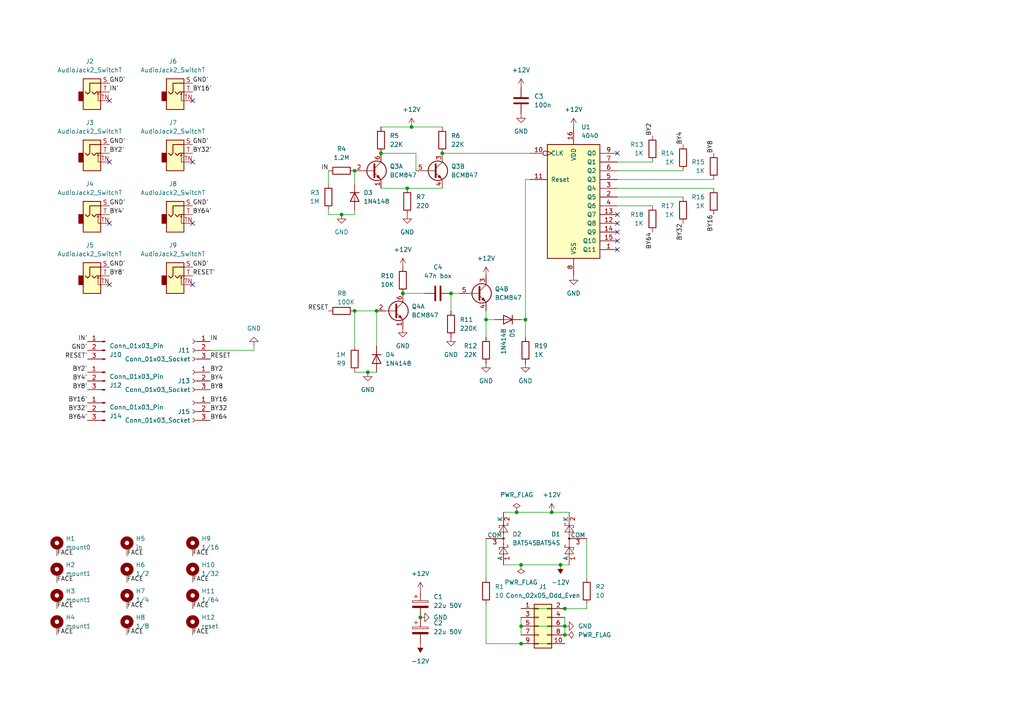
<source format=kicad_sch>
(kicad_sch (version 20230121) (generator eeschema)
  (paper "A4")
  (lib_symbols
    (symbol "4xxx:4040" (pin_names (offset 1.016))
      (property "Reference" "U" (at -7.62 16.51 0))
      (property "Value" "4040" (at -7.62 -19.05 0))
      (symbol "4040_1_0"
        (pin output line (at 12.7 -15.24 180) (length 5.08) (name "Q11") (number "1"))
        (pin input inverted_clock (at -12.7 12.7 0) (length 5.08) (name "CLK") (number "10"))
        (pin input line (at -12.7 5.08 0) (length 5.08) (name "Reset") (number "11"))
        (pin output line (at 12.7 -7.62 180) (length 5.08) (name "Q8") (number "12"))
        (pin output line (at 12.7 -5.08 180) (length 5.08) (name "Q7") (number "13"))
        (pin output line (at 12.7 -10.16 180) (length 5.08) (name "Q9") (number "14"))
        (pin output line (at 12.7 -12.7 180) (length 5.08) (name "Q10") (number "15"))
        (pin power_in line (at 0 20.32 270) (length 5.08) (name "VDD") (number "16"))
        (pin output line (at 12.7 0 180) (length 5.08) (name "Q5") (number "2"))
        (pin output line (at 12.7 2.54 180) (length 5.08) (name "Q4") (number "3"))
        (pin output line (at 12.7 -2.54 180) (length 5.08) (name "Q6") (number "4"))
        (pin output line (at 12.7 5.08 180) (length 5.08) (name "Q3") (number "5"))
        (pin output line (at 12.7 7.62 180) (length 5.08) (name "Q2") (number "6"))
        (pin output line (at 12.7 10.16 180) (length 5.08) (name "Q1") (number "7"))
        (pin power_in line (at 0 -22.86 90) (length 5.08) (name "VSS") (number "8"))
        (pin output line (at 12.7 12.7 180) (length 5.08) (name "Q0") (number "9"))
      )
      (symbol "4040_1_1"
        (rectangle (start -7.62 15.24) (end 7.62 -17.78) (stroke (width 0.254)) (fill (type background)))
      )
    )
    (symbol "Connector:Conn_01x03_Pin" (pin_names (offset 1.016) hide)
      (property "Reference" "J" (at 0 5.08 0))
      (property "Value" "Conn_01x03_Pin" (at 0 -5.08 0))
      (symbol "Conn_01x03_Pin_1_1"
        (polyline (pts (xy 1.27 -2.54) (xy 0.8636 -2.54)) (stroke (width 0.1524)))
        (polyline (pts (xy 1.27 0) (xy 0.8636 0)) (stroke (width 0.1524)))
        (polyline (pts (xy 1.27 2.54) (xy 0.8636 2.54)) (stroke (width 0.1524)))
        (rectangle (start 0.8636 -2.413) (end 0 -2.667) (stroke (width 0.1524)) (fill (type outline)))
        (rectangle (start 0.8636 0.127) (end 0 -0.127) (stroke (width 0.1524)) (fill (type outline)))
        (rectangle (start 0.8636 2.667) (end 0 2.413) (stroke (width 0.1524)) (fill (type outline)))
        (pin passive line (at 5.08 2.54 180) (length 3.81) (name "Pin_1") (number "1"))
        (pin passive line (at 5.08 0 180) (length 3.81) (name "Pin_2") (number "2"))
        (pin passive line (at 5.08 -2.54 180) (length 3.81) (name "Pin_3") (number "3"))
      )
    )
    (symbol "Connector:Conn_01x03_Socket" (pin_names (offset 1.016) hide)
      (property "Reference" "J" (at 0 5.08 0))
      (property "Value" "Conn_01x03_Socket" (at 0 -5.08 0))
      (symbol "Conn_01x03_Socket_1_1"
        (arc (start 0 -2.032) (mid -0.5058 -2.54) (end 0 -3.048) (stroke (width 0.1524)))
        (polyline (pts (xy -1.27 -2.54) (xy -0.508 -2.54)) (stroke (width 0.1524)))
        (polyline (pts (xy -1.27 0) (xy -0.508 0)) (stroke (width 0.1524)))
        (polyline (pts (xy -1.27 2.54) (xy -0.508 2.54)) (stroke (width 0.1524)))
        (arc (start 0 0.508) (mid -0.5058 0) (end 0 -0.508) (stroke (width 0.1524)))
        (arc (start 0 3.048) (mid -0.5058 2.54) (end 0 2.032) (stroke (width 0.1524)))
        (pin passive line (at -5.08 2.54 0) (length 3.81) (name "Pin_1") (number "1"))
        (pin passive line (at -5.08 0 0) (length 3.81) (name "Pin_2") (number "2"))
        (pin passive line (at -5.08 -2.54 0) (length 3.81) (name "Pin_3") (number "3"))
      )
    )
    (symbol "Device:C" (pin_numbers hide) (pin_names (offset 0.254))
      (property "Reference" "C" (at 0.635 2.54 0))
      (property "Value" "C" (at 0.635 -2.54 0))
      (symbol "C_0_1"
        (polyline (pts (xy -2.032 -0.762) (xy 2.032 -0.762)) (stroke (width 0.508)))
        (polyline (pts (xy -2.032 0.762) (xy 2.032 0.762)) (stroke (width 0.508)))
      )
      (symbol "C_1_1"
        (pin passive line (at 0 3.81 270) (length 2.794) (name "~") (number "1"))
        (pin passive line (at 0 -3.81 90) (length 2.794) (name "~") (number "2"))
      )
    )
    (symbol "Device:C_Polarized" (pin_numbers hide) (pin_names (offset 0.254))
      (property "Reference" "C" (at 0.635 2.54 0))
      (property "Value" "C_Polarized" (at 0.635 -2.54 0))
      (symbol "C_Polarized_0_1"
        (rectangle (start -2.286 0.508) (end 2.286 1.016))
        (polyline (pts (xy -1.778 2.286) (xy -0.762 2.286)))
        (polyline (pts (xy -1.27 2.794) (xy -1.27 1.778)))
        (rectangle (start 2.286 -0.508) (end -2.286 -1.016) (fill (type outline)))
      )
      (symbol "C_Polarized_1_1"
        (pin passive line (at 0 3.81 270) (length 2.794) (name "~") (number "1"))
        (pin passive line (at 0 -3.81 90) (length 2.794) (name "~") (number "2"))
      )
    )
    (symbol "Device:D" (pin_numbers hide) (pin_names (offset 1.016) hide)
      (property "Reference" "D" (at 0 2.54 0))
      (property "Value" "D" (at 0 -2.54 0))
      (symbol "D_0_1"
        (polyline (pts (xy -1.27 1.27) (xy -1.27 -1.27)) (stroke (width 0.254)))
        (polyline (pts (xy 1.27 0) (xy -1.27 0)))
        (polyline (pts (xy 1.27 1.27) (xy 1.27 -1.27) (xy -1.27 0) (xy 1.27 1.27)) (stroke (width 0.254)))
      )
      (symbol "D_1_1"
        (pin passive line (at -3.81 0 0) (length 2.54) (name "K") (number "1"))
        (pin passive line (at 3.81 0 180) (length 2.54) (name "A") (number "2"))
      )
    )
    (symbol "Device:Q_Dual_NPN_NPN_E1B1C2E2B2C1" (pin_names (offset 0) hide)
      (property "Reference" "Q" (at 5.08 1.27 0))
      (property "Value" "Q_Dual_NPN_NPN_E1B1C2E2B2C1" (at 5.08 -1.27 0))
      (symbol "Q_Dual_NPN_NPN_E1B1C2E2B2C1_0_1"
        (polyline (pts (xy 0.635 0) (xy -2.54 0)))
        (polyline (pts (xy 0.635 0.635) (xy 2.54 2.54)))
        (polyline (pts (xy 0.635 -0.635) (xy 2.54 -2.54) (xy 2.54 -2.54)))
        (polyline (pts (xy 0.635 1.905) (xy 0.635 -1.905) (xy 0.635 -1.905)) (stroke (width 0.508)))
        (polyline (pts (xy 1.27 -1.778) (xy 1.778 -1.27) (xy 2.286 -2.286) (xy 1.27 -1.778) (xy 1.27 -1.778)) (fill (type outline)))
        (circle (center 1.27 0) (radius 2.8194) (stroke (width 0.254)))
      )
      (symbol "Q_Dual_NPN_NPN_E1B1C2E2B2C1_1_1"
        (pin passive line (at 2.54 -5.08 90) (length 2.54) (name "E1") (number "1"))
        (pin input line (at -5.08 0 0) (length 2.54) (name "B1") (number "2"))
        (pin passive line (at 2.54 5.08 270) (length 2.54) (name "C1") (number "6"))
      )
      (symbol "Q_Dual_NPN_NPN_E1B1C2E2B2C1_2_1"
        (pin passive line (at 2.54 5.08 270) (length 2.54) (name "C2") (number "3"))
        (pin passive line (at 2.54 -5.08 90) (length 2.54) (name "E2") (number "4"))
        (pin input line (at -5.08 0 0) (length 2.54) (name "B2") (number "5"))
      )
    )
    (symbol "Device:R" (pin_numbers hide) (pin_names (offset 0))
      (property "Reference" "R" (at 2.032 0 90))
      (property "Value" "R" (at 0 0 90))
      (symbol "R_0_1"
        (rectangle (start -1.016 -2.54) (end 1.016 2.54) (stroke (width 0.254)))
      )
      (symbol "R_1_1"
        (pin passive line (at 0 3.81 270) (length 1.27) (name "~") (number "1"))
        (pin passive line (at 0 -3.81 90) (length 1.27) (name "~") (number "2"))
      )
    )
    (symbol "Eurorack:AudioJack2_SwitchT"
      (property "Reference" "J" (at 0 8.89 0))
      (property "Value" "AudioJack2_SwitchT" (at 0 6.35 0))
      (symbol "AudioJack2_SwitchT_0_1"
        (rectangle (start -2.54 0) (end -3.81 -2.54) (stroke (width 0.254)) (fill (type outline)))
        (rectangle (start -2.54 3.81) (end 2.54 -5.08) (stroke (width 0.254)) (fill (type background)))
        (polyline (pts (xy 1.778 -0.254) (xy 2.032 -0.762)))
        (polyline (pts (xy 0 0) (xy 0.635 -0.635) (xy 1.27 0) (xy 2.54 0)) (stroke (width 0.254)))
        (polyline (pts (xy 2.54 -2.54) (xy 1.778 -2.54) (xy 1.778 -0.254) (xy 1.524 -0.762)))
        (polyline (pts (xy 2.54 2.54) (xy -0.635 2.54) (xy -0.635 0) (xy -1.27 -0.635) (xy -1.905 0)) (stroke (width 0.254)))
      )
      (symbol "AudioJack2_SwitchT_1_1"
        (pin passive line (at 5.08 2.54 180) (length 2.54) (name "~") (number "S"))
        (pin passive line (at 5.08 0 180) (length 2.54) (name "~") (number "T"))
        (pin passive line (at 5.08 -2.54 180) (length 2.54) (name "~") (number "TN"))
      )
    )
    (symbol "Eurorack:BAT54S" (pin_names (offset 0))
      (property "Reference" "D" (at 2.54 -5.08 0))
      (property "Value" "BAT54S" (at -6.35 3.175 0))
      (symbol "BAT54S_0_1"
        (polyline (pts (xy -3.81 0) (xy -1.27 0)))
        (polyline (pts (xy -3.175 -1.27) (xy -3.175 -1.016)))
        (polyline (pts (xy -2.54 -1.27) (xy -3.175 -1.27)))
        (polyline (pts (xy -2.54 -1.27) (xy -2.54 1.27)))
        (polyline (pts (xy -2.54 1.27) (xy -1.905 1.27)))
        (polyline (pts (xy -1.905 0) (xy 1.905 0)))
        (polyline (pts (xy -1.905 1.27) (xy -1.905 1.016)))
        (polyline (pts (xy 1.27 0) (xy 3.81 0)))
        (polyline (pts (xy 3.175 -1.27) (xy 3.175 -1.016)))
        (polyline (pts (xy 3.81 -1.27) (xy 3.175 -1.27)))
        (polyline (pts (xy 3.81 -1.27) (xy 3.81 1.27)))
        (polyline (pts (xy 3.81 1.27) (xy 4.445 1.27)))
        (polyline (pts (xy 4.445 1.27) (xy 4.445 1.016)))
        (polyline (pts (xy -4.445 1.27) (xy -4.445 -1.27) (xy -2.54 0) (xy -4.445 1.27)))
        (polyline (pts (xy 1.905 1.27) (xy 1.905 -1.27) (xy 3.81 0) (xy 1.905 1.27)))
        (circle (center 0 0) (radius 0.254) (fill (type outline)))
      )
      (symbol "BAT54S_1_1"
        (pin passive line (at -7.62 0 0) (length 3.81) (name "A") (number "1"))
        (pin passive line (at 7.62 0 180) (length 3.81) (name "K") (number "2"))
        (pin passive line (at 0 -5.08 90) (length 5.08) (name "COM") (number "3"))
      )
    )
    (symbol "Eurorack:Conn_02x05_Odd_Even" (pin_names (offset 1.016) hide)
      (property "Reference" "J" (at 1.27 7.62 0))
      (property "Value" "Conn_02x05_Odd_Even" (at 1.27 -7.62 0))
      (symbol "Conn_02x05_Odd_Even_1_1"
        (rectangle (start -1.27 -4.953) (end 0 -5.207) (stroke (width 0.1524)))
        (rectangle (start -1.27 -2.413) (end 0 -2.667) (stroke (width 0.1524)))
        (rectangle (start -1.27 0.127) (end 0 -0.127) (stroke (width 0.1524)))
        (rectangle (start -1.27 2.667) (end 0 2.413) (stroke (width 0.1524)))
        (rectangle (start -1.27 5.207) (end 0 4.953) (stroke (width 0.1524)))
        (rectangle (start -1.27 6.35) (end 3.81 -6.35) (stroke (width 0.254)) (fill (type background)))
        (rectangle (start 3.81 -4.953) (end 2.54 -5.207) (stroke (width 0.1524)))
        (rectangle (start 3.81 -2.413) (end 2.54 -2.667) (stroke (width 0.1524)))
        (rectangle (start 3.81 0.127) (end 2.54 -0.127) (stroke (width 0.1524)))
        (rectangle (start 3.81 2.667) (end 2.54 2.413) (stroke (width 0.1524)))
        (rectangle (start 3.81 5.207) (end 2.54 4.953) (stroke (width 0.1524)))
        (pin passive line (at -5.08 5.08 0) (length 3.81) (name "Pin_1") (number "1"))
        (pin passive line (at 7.62 -5.08 180) (length 3.81) (name "Pin_10") (number "10"))
        (pin passive line (at 7.62 5.08 180) (length 3.81) (name "Pin_2") (number "2"))
        (pin passive line (at -5.08 2.54 0) (length 3.81) (name "Pin_3") (number "3"))
        (pin passive line (at 7.62 2.54 180) (length 3.81) (name "Pin_4") (number "4"))
        (pin passive line (at -5.08 0 0) (length 3.81) (name "Pin_5") (number "5"))
        (pin passive line (at 7.62 0 180) (length 3.81) (name "Pin_6") (number "6"))
        (pin passive line (at -5.08 -2.54 0) (length 3.81) (name "Pin_7") (number "7"))
        (pin passive line (at 7.62 -2.54 180) (length 3.81) (name "Pin_8") (number "8"))
        (pin passive line (at -5.08 -5.08 0) (length 3.81) (name "Pin_9") (number "9"))
      )
    )
    (symbol "Eurorack:MountingHole_Pad_Output" (pin_numbers hide) (pin_names (offset 1.016) hide) (in_bom no)
      (property "Reference" "H" (at 0 6.35 0))
      (property "Value" "MountingHole_Pad_Output" (at 0 4.445 0))
      (symbol "MountingHole_Pad_Output_0_1"
        (circle (center 0 1.27) (radius 1.27) (stroke (width 1.27)))
      )
      (symbol "MountingHole_Pad_Output_1_1"
        (pin output line (at 0 -2.54 90) (length 2.54) (name "1") (number "1"))
      )
    )
    (symbol "Mechanical:MountingHole_Pad" (pin_numbers hide) (pin_names (offset 1.016) hide)
      (property "Reference" "H" (at 0 6.35 0))
      (property "Value" "MountingHole_Pad" (at 0 4.445 0))
      (symbol "MountingHole_Pad_0_1"
        (circle (center 0 1.27) (radius 1.27) (stroke (width 1.27)))
      )
      (symbol "MountingHole_Pad_1_1"
        (pin input line (at 0 -2.54 90) (length 2.54) (name "1") (number "1"))
      )
    )
    (symbol "power:+12V" (power) (pin_names (offset 0))
      (property "Value" "+12V" (at 0 3.556 0))
      (symbol "+12V_0_1"
        (polyline (pts (xy -0.762 1.27) (xy 0 2.54)))
        (polyline (pts (xy 0 0) (xy 0 2.54)))
        (polyline (pts (xy 0 2.54) (xy 0.762 1.27)))
      )
      (symbol "+12V_1_1"
        (pin power_in line (at 0 0 90) (length 0) hide (name "+12V") (number "1"))
      )
    )
    (symbol "power:-12V" (power) (pin_names (offset 0))
      (property "Value" "-12V" (at 0 3.81 0))
      (symbol "-12V_0_0"
        (pin power_in line (at 0 0 90) (length 0) hide (name "-12V") (number "1"))
      )
      (symbol "-12V_0_1"
        (polyline (pts (xy 0 0) (xy 0 1.27) (xy 0.762 1.27) (xy 0 2.54) (xy -0.762 1.27) (xy 0 1.27)) (fill (type outline)))
      )
    )
    (symbol "power:GND" (power) (pin_names (offset 0))
      (property "Value" "GND" (at 0 -3.81 0))
      (symbol "GND_0_1"
        (polyline (pts (xy 0 0) (xy 0 -1.27) (xy 1.27 -1.27) (xy 0 -2.54) (xy -1.27 -1.27) (xy 0 -1.27)))
      )
      (symbol "GND_1_1"
        (pin power_in line (at 0 0 270) (length 0) hide (name "GND") (number "1"))
      )
    )
    (symbol "power:PWR_FLAG" (power) (pin_numbers hide) (pin_names (offset 0) hide)
      (property "Value" "PWR_FLAG" (at 0 3.81 0))
      (symbol "PWR_FLAG_0_0"
        (pin power_out line (at 0 0 90) (length 0) (name "pwr") (number "1"))
      )
      (symbol "PWR_FLAG_0_1"
        (polyline (pts (xy 0 0) (xy 0 1.27) (xy -1.016 1.905) (xy 0 2.54) (xy 1.016 1.905) (xy 0 1.27)))
      )
    )
  )
  (junction (at 151.13 163.83))
  (junction (at 140.97 92.71))
  (junction (at 102.87 90.17))
  (junction (at 151.13 186.69))
  (junction (at 149.86 148.59))
  (junction (at 118.11 54.61))
  (junction (at 110.49 44.45))
  (junction (at 99.06 62.23))
  (junction (at 106.68 107.95))
  (junction (at 163.83 184.15))
  (junction (at 151.13 181.61))
  (junction (at 162.56 163.83))
  (junction (at 109.22 90.17))
  (junction (at 121.92 179.07))
  (junction (at 130.81 85.09))
  (junction (at 102.87 49.53))
  (junction (at 160.02 148.59))
  (junction (at 119.38 36.83))
  (junction (at 152.4 92.71))
  (junction (at 163.83 176.53))
  (junction (at 128.27 44.45))
  (junction (at 116.84 85.09))
  (junction (at 163.83 181.61))
  (no_connect (at 179.07 44.45))
  (no_connect (at 179.07 69.85))
  (no_connect (at 31.75 82.55))
  (no_connect (at 55.88 82.55))
  (no_connect (at 55.88 46.99))
  (no_connect (at 31.75 64.77))
  (no_connect (at 179.07 72.39))
  (no_connect (at 31.75 46.99))
  (no_connect (at 55.88 29.21))
  (no_connect (at 179.07 62.23))
  (no_connect (at 55.88 64.77))
  (no_connect (at 179.07 67.31))
  (no_connect (at 31.75 29.21))
  (no_connect (at 179.07 64.77))
  (wire (pts (xy 128.27 44.45) (xy 153.67 44.45)))
  (wire (pts (xy 146.05 148.59) (xy 149.86 148.59)))
  (wire (pts (xy 102.87 62.23) (xy 102.87 60.96)))
  (wire (pts (xy 143.51 92.71) (xy 140.97 92.71)))
  (wire (pts (xy 149.86 148.59) (xy 160.02 148.59)))
  (wire (pts (xy 130.81 85.09) (xy 133.35 85.09)))
  (wire (pts (xy 170.18 176.53) (xy 170.18 175.26)))
  (wire (pts (xy 152.4 52.07) (xy 152.4 92.71)))
  (wire (pts (xy 151.13 181.61) (xy 163.83 181.61)))
  (wire (pts (xy 109.22 90.17) (xy 109.22 100.33)))
  (wire (pts (xy 102.87 107.95) (xy 106.68 107.95)))
  (wire (pts (xy 146.05 163.83) (xy 151.13 163.83)))
  (wire (pts (xy 95.25 62.23) (xy 95.25 60.96)))
  (wire (pts (xy 110.49 54.61) (xy 118.11 54.61)))
  (wire (pts (xy 151.13 179.07) (xy 151.13 181.61)))
  (wire (pts (xy 151.13 92.71) (xy 152.4 92.71)))
  (wire (pts (xy 179.07 54.61) (xy 207.01 54.61)))
  (wire (pts (xy 179.07 46.99) (xy 189.23 46.99)))
  (wire (pts (xy 106.68 107.95) (xy 109.22 107.95)))
  (wire (pts (xy 119.38 36.83) (xy 128.27 36.83)))
  (wire (pts (xy 110.49 44.45) (xy 120.65 44.45)))
  (wire (pts (xy 73.66 101.6) (xy 73.66 100.33)))
  (wire (pts (xy 163.83 181.61) (xy 163.83 184.15)))
  (wire (pts (xy 151.13 176.53) (xy 163.83 176.53)))
  (wire (pts (xy 179.07 59.69) (xy 189.23 59.69)))
  (wire (pts (xy 99.06 62.23) (xy 102.87 62.23)))
  (wire (pts (xy 130.81 90.17) (xy 130.81 85.09)))
  (wire (pts (xy 151.13 163.83) (xy 162.56 163.83)))
  (wire (pts (xy 163.83 179.07) (xy 163.83 181.61)))
  (wire (pts (xy 162.56 163.83) (xy 165.1 163.83)))
  (wire (pts (xy 60.96 101.6) (xy 73.66 101.6)))
  (wire (pts (xy 140.97 90.17) (xy 140.97 92.71)))
  (wire (pts (xy 152.4 97.79) (xy 152.4 92.71)))
  (wire (pts (xy 140.97 186.69) (xy 140.97 175.26)))
  (wire (pts (xy 163.83 176.53) (xy 170.18 176.53)))
  (wire (pts (xy 140.97 92.71) (xy 140.97 97.79)))
  (wire (pts (xy 151.13 186.69) (xy 140.97 186.69)))
  (wire (pts (xy 118.11 54.61) (xy 128.27 54.61)))
  (wire (pts (xy 140.97 156.21) (xy 140.97 167.64)))
  (wire (pts (xy 179.07 52.07) (xy 207.01 52.07)))
  (wire (pts (xy 102.87 53.34) (xy 102.87 49.53)))
  (wire (pts (xy 102.87 100.33) (xy 102.87 90.17)))
  (wire (pts (xy 179.07 49.53) (xy 198.12 49.53)))
  (wire (pts (xy 152.4 52.07) (xy 153.67 52.07)))
  (wire (pts (xy 102.87 90.17) (xy 109.22 90.17)))
  (wire (pts (xy 179.07 57.15) (xy 198.12 57.15)))
  (wire (pts (xy 163.83 186.69) (xy 151.13 186.69)))
  (wire (pts (xy 110.49 36.83) (xy 119.38 36.83)))
  (wire (pts (xy 116.84 85.09) (xy 123.19 85.09)))
  (wire (pts (xy 151.13 181.61) (xy 151.13 184.15)))
  (wire (pts (xy 170.18 156.21) (xy 170.18 167.64)))
  (wire (pts (xy 99.06 62.23) (xy 95.25 62.23)))
  (wire (pts (xy 120.65 44.45) (xy 120.65 49.53)))
  (wire (pts (xy 160.02 148.59) (xy 165.1 148.59)))
  (wire (pts (xy 95.25 53.34) (xy 95.25 49.53)))
  (label "BY2" (at 60.96 107.95 0))
  (label "BY32'" (at 25.4 119.38 180))
  (label "GND'" (at 55.88 24.13 0))
  (label "BY4'" (at 31.75 62.23 0))
  (label "FACE" (at 16.51 184.15 0))
  (label "BY32" (at 198.12 64.77 270))
  (label "BY2'" (at 25.4 107.95 180))
  (label "BY64'" (at 25.4 121.92 180))
  (label "BY16'" (at 55.88 26.67 0))
  (label "BY32" (at 60.96 119.38 0))
  (label "BY16" (at 60.96 116.84 0))
  (label "FACE" (at 36.83 168.91 0))
  (label "BY2" (at 189.23 39.37 90))
  (label "BY8'" (at 25.4 113.03 180))
  (label "GND'" (at 31.75 77.47 0))
  (label "GND'" (at 55.88 41.91 0))
  (label "BY32'" (at 55.88 44.45 0))
  (label "GND'" (at 31.75 59.69 0))
  (label "RESET" (at 60.96 104.14 0))
  (label "BY64'" (at 55.88 62.23 0))
  (label "FACE" (at 16.51 161.29 0))
  (label "FACE" (at 55.88 176.53 0))
  (label "BY8" (at 207.01 44.45 90))
  (label "BY64" (at 189.23 67.31 270))
  (label "IN'" (at 31.75 26.67 0))
  (label "FACE" (at 16.51 176.53 0))
  (label "BY4'" (at 25.4 110.49 180))
  (label "BY8'" (at 31.75 80.01 0))
  (label "GND'" (at 25.4 101.6 180))
  (label "FACE" (at 36.83 184.15 0))
  (label "GND'" (at 31.75 24.13 0))
  (label "RESET'" (at 25.4 104.14 180))
  (label "GND'" (at 55.88 77.47 0))
  (label "IN" (at 95.25 49.53 180))
  (label "RESET" (at 95.25 90.17 180))
  (label "FACE" (at 36.83 161.29 0))
  (label "FACE" (at 55.88 184.15 0))
  (label "RESET'" (at 55.88 80.01 0))
  (label "FACE" (at 36.83 176.53 0))
  (label "BY16" (at 207.01 62.23 270))
  (label "BY4" (at 198.12 41.91 90))
  (label "BY8" (at 60.96 113.03 0))
  (label "GND'" (at 31.75 41.91 0))
  (label "IN" (at 60.96 99.06 0))
  (label "IN'" (at 25.4 99.06 180))
  (label "FACE" (at 55.88 161.29 0))
  (label "FACE" (at 16.51 168.91 0))
  (label "BY4" (at 60.96 110.49 0))
  (label "FACE" (at 55.88 168.91 0))
  (label "BY16'" (at 25.4 116.84 180))
  (label "BY64" (at 60.96 121.92 0))
  (label "BY2'" (at 31.75 44.45 0))
  (label "GND'" (at 55.88 59.69 0))
  (symbol (lib_id "power:-12V") (at 162.56 163.83 180) (unit 1)
    (property "Reference" "#PWR05" (effects hide))
    (property "Value" "-12V" (at 162.56 168.91 0))
  )
  (symbol (lib_id "Device:R") (at 189.23 43.18 0) (mirror y) (unit 1)
    (property "Reference" "R13" (at 186.69 41.91 0) (effects (justify left)))
    (property "Value" "1K" (at 186.69 44.45 0) (effects (justify left)))
    (property "Footprint" "Resistor_SMD:R_0805_2012Metric" (effects hide))
  )
  (symbol (lib_id "power:+12V") (at 151.13 25.4 0) (unit 1)
    (property "Reference" "#PWR09" (effects hide))
    (property "Value" "+12V" (at 151.13 20.32 0))
  )
  (symbol (lib_id "power:GND") (at 106.68 107.95 0) (unit 1)
    (property "Reference" "#PWR012" (effects hide))
    (property "Value" "GND" (at 106.68 113.03 0))
  )
  (symbol (lib_id "Eurorack:AudioJack2_SwitchT") (at 26.67 80.01 0) (unit 1)
    (property "Reference" "J5" (at 26.035 71.12 0))
    (property "Value" "AudioJack2_SwitchT" (at 26.035 73.66 0))
    (property "Footprint" "Eurorack:AudioJack2_Tayda_A-2566" (effects hide))
    (property "Vendor" "Tayda" (effects hide))
    (property "PartNum" "A-2566" (effects hide))
  )
  (symbol (lib_id "Eurorack:AudioJack2_SwitchT") (at 50.8 80.01 0) (unit 1)
    (property "Reference" "J9" (at 50.165 71.12 0))
    (property "Value" "AudioJack2_SwitchT" (at 50.165 73.66 0))
    (property "Footprint" "Eurorack:AudioJack2_Tayda_A-2566" (effects hide))
    (property "Vendor" "Tayda" (effects hide))
    (property "PartNum" "A-2566" (effects hide))
  )
  (symbol (lib_id "Device:Q_Dual_NPN_NPN_E1B1C2E2B2C1") (at 107.95 49.53 0) (unit 1)
    (property "Reference" "Q3" (at 113.03 48.26 0) (effects (justify left)))
    (property "Value" "BCM847" (at 113.03 50.8 0) (effects (justify left)))
    (property "Footprint" "Package_SO:TSOP-6_1.65x3.05mm_P0.95mm" (effects hide))
    (property "Vendor" "Mouser" (effects hide))
    (property "PartNum" "771-BCM847DS135" (effects hide))
  )
  (symbol (lib_id "Device:R") (at 130.81 93.98 180) (unit 1)
    (property "Reference" "R11" (at 133.35 92.71 0) (effects (justify right)))
    (property "Value" "220K" (at 133.35 95.25 0) (effects (justify right)))
    (property "Footprint" "Resistor_SMD:R_0805_2012Metric" (effects hide))
  )
  (symbol (lib_id "Eurorack:AudioJack2_SwitchT") (at 26.67 26.67 0) (unit 1)
    (property "Reference" "J2" (at 26.035 17.78 0))
    (property "Value" "AudioJack2_SwitchT" (at 26.035 20.32 0))
    (property "Footprint" "Eurorack:AudioJack2_Tayda_A-2566" (effects hide))
    (property "Vendor" "Tayda" (effects hide))
    (property "PartNum" "A-2566" (effects hide))
  )
  (symbol (lib_id "Connector:Conn_01x03_Pin") (at 30.48 101.6 0) (mirror y) (unit 1)
    (property "Reference" "J10" (at 31.75 102.87 0) (effects (justify right)))
    (property "Value" "Conn_01x03_Pin" (at 31.75 100.33 0) (effects (justify right)))
    (property "Footprint" "Connector_PinHeader_2.54mm:PinHeader_1x03_P2.54mm_Vertical" (effects hide))
  )
  (symbol (lib_id "Eurorack:AudioJack2_SwitchT") (at 26.67 62.23 0) (unit 1)
    (property "Reference" "J4" (at 26.035 53.34 0))
    (property "Value" "AudioJack2_SwitchT" (at 26.035 55.88 0))
    (property "Footprint" "Eurorack:AudioJack2_Tayda_A-2566" (effects hide))
    (property "Vendor" "Tayda" (effects hide))
    (property "PartNum" "A-2566" (effects hide))
  )
  (symbol (lib_id "Connector:Conn_01x03_Socket") (at 55.88 101.6 0) (mirror y) (unit 1)
    (property "Reference" "J11" (at 53.34 101.6 0))
    (property "Value" "Conn_01x03_Socket" (at 45.72 104.14 0))
    (property "Footprint" "Connector_PinSocket_2.54mm:PinSocket_1x03_P2.54mm_Vertical" (effects hide))
  )
  (symbol (lib_id "Device:C") (at 151.13 29.21 0) (unit 1)
    (property "Reference" "C3" (at 154.94 27.94 0) (effects (justify left)))
    (property "Value" "100n" (at 154.94 30.48 0) (effects (justify left)))
    (property "Footprint" "Capacitor_SMD:C_0805_2012Metric" (effects hide))
  )
  (symbol (lib_id "Mechanical:MountingHole_Pad") (at 36.83 173.99 0) (unit 1) (in_bom no)
    (property "Reference" "H7" (at 39.37 171.45 0) (effects (justify left)))
    (property "Value" "1/4" (at 39.37 173.99 0) (effects (justify left)))
    (property "Footprint" "Eurorack:Mech-AudioJack-Hole-Output-Clock" (effects hide))
  )
  (symbol (lib_id "Eurorack:AudioJack2_SwitchT") (at 50.8 44.45 0) (unit 1)
    (property "Reference" "J7" (at 50.165 35.56 0))
    (property "Value" "AudioJack2_SwitchT" (at 50.165 38.1 0))
    (property "Footprint" "Eurorack:AudioJack2_Tayda_A-2566" (effects hide))
    (property "Vendor" "Tayda" (effects hide))
    (property "PartNum" "A-2566" (effects hide))
  )
  (symbol (lib_id "Device:Q_Dual_NPN_NPN_E1B1C2E2B2C1") (at 138.43 85.09 0) (unit 2)
    (property "Reference" "Q4" (at 143.51 83.82 0) (effects (justify left)))
    (property "Value" "BCM847" (at 143.51 86.36 0) (effects (justify left)))
    (property "Footprint" "Package_SO:TSOP-6_1.65x3.05mm_P0.95mm" (effects hide))
    (property "Vendor" "Mouser" (effects hide))
    (property "PartNum" "771-BCM847DS135" (effects hide))
  )
  (symbol (lib_id "Mechanical:MountingHole_Pad") (at 55.88 158.75 0) (unit 1) (in_bom no)
    (property "Reference" "H9" (at 58.42 156.21 0) (effects (justify left)))
    (property "Value" "1/16" (at 58.42 158.75 0) (effects (justify left)))
    (property "Footprint" "Eurorack:Mech-AudioJack-Hole-Output-Clock" (effects hide))
  )
  (symbol (lib_id "power:+12V") (at 119.38 36.83 0) (unit 1)
    (property "Reference" "#PWR014" (effects hide))
    (property "Value" "+12V" (at 119.38 31.75 0))
  )
  (symbol (lib_id "Connector:Conn_01x03_Socket") (at 55.88 119.38 0) (mirror y) (unit 1)
    (property "Reference" "J15" (at 53.34 119.38 0))
    (property "Value" "Conn_01x03_Socket" (at 45.72 121.92 0))
    (property "Footprint" "Connector_PinSocket_2.54mm:PinSocket_1x03_P2.54mm_Vertical" (effects hide))
  )
  (symbol (lib_id "Device:R") (at 110.49 40.64 180) (unit 1)
    (property "Reference" "R5" (at 113.03 39.37 0) (effects (justify right)))
    (property "Value" "22K" (at 113.03 41.91 0) (effects (justify right)))
    (property "Footprint" "Resistor_SMD:R_0805_2012Metric" (effects hide))
  )
  (symbol (lib_id "power:GND") (at 118.11 62.23 0) (unit 1)
    (property "Reference" "#PWR013" (effects hide))
    (property "Value" "GND" (at 118.11 67.31 0))
  )
  (symbol (lib_id "Device:Q_Dual_NPN_NPN_E1B1C2E2B2C1") (at 125.73 49.53 0) (unit 2)
    (property "Reference" "Q3" (at 130.81 48.26 0) (effects (justify left)))
    (property "Value" "BCM847" (at 130.81 50.8 0) (effects (justify left)))
    (property "Footprint" "Package_SO:TSOP-6_1.65x3.05mm_P0.95mm" (effects hide))
    (property "Vendor" "Mouser" (effects hide))
    (property "PartNum" "771-BCM847DS135" (effects hide))
  )
  (symbol (lib_id "Connector:Conn_01x03_Pin") (at 30.48 110.49 0) (mirror y) (unit 1)
    (property "Reference" "J12" (at 31.75 111.76 0) (effects (justify right)))
    (property "Value" "Conn_01x03_Pin" (at 31.75 109.22 0) (effects (justify right)))
    (property "Footprint" "Connector_PinHeader_2.54mm:PinHeader_1x03_P2.54mm_Vertical" (effects hide))
  )
  (symbol (lib_id "Device:R") (at 198.12 60.96 0) (mirror y) (unit 1)
    (property "Reference" "R17" (at 195.58 59.69 0) (effects (justify left)))
    (property "Value" "1K" (at 195.58 62.23 0) (effects (justify left)))
    (property "Footprint" "Resistor_SMD:R_0805_2012Metric" (effects hide))
  )
  (symbol (lib_id "Device:R") (at 207.01 48.26 0) (mirror y) (unit 1)
    (property "Reference" "R15" (at 204.47 46.99 0) (effects (justify left)))
    (property "Value" "1K" (at 204.47 49.53 0) (effects (justify left)))
    (property "Footprint" "Resistor_SMD:R_0805_2012Metric" (effects hide))
  )
  (symbol (lib_id "Device:Q_Dual_NPN_NPN_E1B1C2E2B2C1") (at 114.3 90.17 0) (unit 1)
    (property "Reference" "Q4" (at 119.38 88.9 0) (effects (justify left)))
    (property "Value" "BCM847" (at 119.38 91.44 0) (effects (justify left)))
    (property "Footprint" "Package_SO:TSOP-6_1.65x3.05mm_P0.95mm" (effects hide))
    (property "Vendor" "Mouser" (effects hide))
    (property "PartNum" "771-BCM847DS135" (effects hide))
  )
  (symbol (lib_id "power:GND") (at 151.13 33.02 0) (unit 1)
    (property "Reference" "#PWR010" (effects hide))
    (property "Value" "GND" (at 151.13 38.1 0))
  )
  (symbol (lib_id "Device:R") (at 207.01 58.42 0) (mirror y) (unit 1)
    (property "Reference" "R16" (at 204.47 57.15 0) (effects (justify left)))
    (property "Value" "1K" (at 204.47 59.69 0) (effects (justify left)))
    (property "Footprint" "Resistor_SMD:R_0805_2012Metric" (effects hide))
  )
  (symbol (lib_id "Device:R") (at 95.25 57.15 0) (mirror y) (unit 1)
    (property "Reference" "R3" (at 92.71 55.88 0) (effects (justify left)))
    (property "Value" "1M" (at 92.71 58.42 0) (effects (justify left)))
    (property "Footprint" "Resistor_SMD:R_0805_2012Metric" (effects hide))
  )
  (symbol (lib_id "Eurorack:MountingHole_Pad_Output") (at 16.51 158.75 0) (unit 1) (in_bom no)
    (property "Reference" "H1" (at 19.05 156.21 0) (effects (justify left)))
    (property "Value" "mount0" (at 19.05 158.75 0) (effects (justify left)))
    (property "Footprint" "Eurorack:Mech-MountingHole" (effects hide))
  )
  (symbol (lib_id "Device:R") (at 128.27 40.64 180) (unit 1)
    (property "Reference" "R6" (at 130.81 39.37 0) (effects (justify right)))
    (property "Value" "22K" (at 130.81 41.91 0) (effects (justify right)))
    (property "Footprint" "Resistor_SMD:R_0805_2012Metric" (effects hide))
  )
  (symbol (lib_id "Eurorack:BAT54S") (at 165.1 156.21 90) (unit 1)
    (property "Reference" "D1" (at 162.56 154.94 90) (effects (justify left)))
    (property "Value" "BAT54S" (at 162.56 157.48 90) (effects (justify left)))
    (property "Footprint" "Package_TO_SOT_SMD:SOT-23" (effects hide))
    (property "Datasheet" "https://www.diodes.com/assets/Datasheets/ds11005.pdf" (effects hide))
    (property "Vendor" "Mouser" (effects hide))
    (property "PartNum" "863-BAT54SLT1G" (effects hide))
  )
  (symbol (lib_id "power:+12V") (at 140.97 80.01 0) (unit 1)
    (property "Reference" "#PWR019" (effects hide))
    (property "Value" "+12V" (at 140.97 74.93 0))
  )
  (symbol (lib_id "power:GND") (at 140.97 105.41 0) (unit 1)
    (property "Reference" "#PWR017" (effects hide))
    (property "Value" "GND" (at 140.97 110.49 0))
  )
  (symbol (lib_id "Device:R") (at 170.18 171.45 0) (unit 1)
    (property "Reference" "R2" (at 172.72 170.18 0) (effects (justify left)))
    (property "Value" "10" (at 172.72 172.72 0) (effects (justify left)))
    (property "Footprint" "Resistor_SMD:R_0805_2012Metric" (effects hide))
  )
  (symbol (lib_id "Device:R") (at 152.4 101.6 180) (unit 1)
    (property "Reference" "R19" (at 154.94 100.33 0) (effects (justify right)))
    (property "Value" "1K" (at 154.94 102.87 0) (effects (justify right)))
    (property "Footprint" "Resistor_SMD:R_0805_2012Metric" (effects hide))
  )
  (symbol (lib_id "Device:C") (at 127 85.09 90) (unit 1)
    (property "Reference" "C4" (at 127 77.47 90))
    (property "Value" "47n box" (at 127 80.01 90))
    (property "Footprint" "Capacitor_THT:C_Rect_L7.2mm_W2.5mm_P5.00mm_FKS2_FKP2_MKS2_MKP2" (effects hide))
  )
  (symbol (lib_id "Mechanical:MountingHole_Pad") (at 36.83 158.75 0) (unit 1) (in_bom no)
    (property "Reference" "H5" (at 39.37 156.21 0) (effects (justify left)))
    (property "Value" "in" (at 39.37 158.75 0) (effects (justify left)))
    (property "Footprint" "Eurorack:Mech-AudioJack-Hole-Input-Clock" (effects hide))
  )
  (symbol (lib_id "power:GND") (at 73.66 100.33 180) (unit 1)
    (property "Reference" "#PWR020" (effects hide))
    (property "Value" "GND" (at 73.66 95.25 0))
  )
  (symbol (lib_id "Device:D") (at 109.22 104.14 270) (unit 1)
    (property "Reference" "D4" (at 111.76 102.87 90) (effects (justify left)))
    (property "Value" "1N4148" (at 111.76 105.41 90) (effects (justify left)))
    (property "Footprint" "Diode_SMD:D_SOD-323_HandSoldering" (effects hide))
    (property "Sim.Device" "D" (effects hide))
    (property "Sim.Pins" "1=K 2=A" (effects hide))
  )
  (symbol (lib_id "power:GND") (at 99.06 62.23 0) (unit 1)
    (property "Reference" "#PWR011" (effects hide))
    (property "Value" "GND" (at 99.06 67.31 0))
  )
  (symbol (lib_id "Eurorack:AudioJack2_SwitchT") (at 26.67 44.45 0) (unit 1)
    (property "Reference" "J3" (at 26.035 35.56 0))
    (property "Value" "AudioJack2_SwitchT" (at 26.035 38.1 0))
    (property "Footprint" "Eurorack:AudioJack2_Tayda_A-2566" (effects hide))
    (property "Vendor" "Tayda" (effects hide))
    (property "PartNum" "A-2566" (effects hide))
  )
  (symbol (lib_id "Eurorack:BAT54S") (at 146.05 156.21 270) (mirror x) (unit 1)
    (property "Reference" "D2" (at 148.59 154.94 90) (effects (justify left)))
    (property "Value" "BAT54S" (at 148.59 157.48 90) (effects (justify left)))
    (property "Footprint" "Package_TO_SOT_SMD:SOT-23" (effects hide))
    (property "Datasheet" "https://www.diodes.com/assets/Datasheets/ds11005.pdf" (effects hide))
    (property "Vendor" "Mouser" (effects hide))
    (property "PartNum" "863-BAT54SLT1G" (effects hide))
  )
  (symbol (lib_id "Mechanical:MountingHole_Pad") (at 16.51 173.99 0) (unit 1) (in_bom no)
    (property "Reference" "H3" (at 19.05 171.45 0) (effects (justify left)))
    (property "Value" "mount1" (at 19.05 173.99 0) (effects (justify left)))
    (property "Footprint" "Eurorack:Mech-MountingHole" (effects hide))
  )
  (symbol (lib_id "power:PWR_FLAG") (at 149.86 148.59 0) (unit 1)
    (property "Reference" "#FLG03" (effects hide))
    (property "Value" "PWR_FLAG" (at 149.86 143.51 0))
  )
  (symbol (lib_id "Device:D") (at 147.32 92.71 180) (unit 1)
    (property "Reference" "D5" (at 148.59 95.25 90) (effects (justify left)))
    (property "Value" "1N4148" (at 146.05 95.25 90) (effects (justify left)))
    (property "Footprint" "Diode_SMD:D_SOD-323_HandSoldering" (effects hide))
    (property "Sim.Device" "D" (effects hide))
    (property "Sim.Pins" "1=K 2=A" (effects hide))
  )
  (symbol (lib_id "Connector:Conn_01x03_Pin") (at 30.48 119.38 0) (mirror y) (unit 1)
    (property "Reference" "J14" (at 31.75 120.65 0) (effects (justify right)))
    (property "Value" "Conn_01x03_Pin" (at 31.75 118.11 0) (effects (justify right)))
    (property "Footprint" "Connector_PinHeader_2.54mm:PinHeader_1x03_P2.54mm_Vertical" (effects hide))
  )
  (symbol (lib_id "Device:R") (at 116.84 81.28 0) (mirror x) (unit 1)
    (property "Reference" "R10" (at 114.3 80.01 0) (effects (justify right)))
    (property "Value" "10K" (at 114.3 82.55 0) (effects (justify right)))
    (property "Footprint" "Resistor_SMD:R_0805_2012Metric" (effects hide))
  )
  (symbol (lib_id "power:PWR_FLAG") (at 163.83 184.15 270) (unit 1)
    (property "Reference" "#FLG01" (effects hide))
    (property "Value" "PWR_FLAG" (at 167.64 184.15 90) (effects (justify left)))
  )
  (symbol (lib_id "Device:D") (at 102.87 57.15 270) (unit 1)
    (property "Reference" "D3" (at 105.41 55.88 90) (effects (justify left)))
    (property "Value" "1N4148" (at 105.41 58.42 90) (effects (justify left)))
    (property "Footprint" "Diode_SMD:D_SOD-323_HandSoldering" (effects hide))
    (property "Sim.Device" "D" (effects hide))
    (property "Sim.Pins" "1=K 2=A" (effects hide))
  )
  (symbol (lib_id "4xxx:4040") (at 166.37 57.15 0) (unit 1)
    (property "Reference" "U1" (at 168.5641 36.83 0) (effects (justify left)))
    (property "Value" "4040" (at 168.5641 39.37 0) (effects (justify left)))
    (property "Footprint" "Package_SO:TSSOP-16_4.4x5mm_P0.65mm" (effects hide))
    (property "Datasheet" "http://www.intersil.com/content/dam/Intersil/documents/cd40/cd4020bms-24bms-40bms.pdf" (effects hide))
    (property "Vendor" "Mouser" (effects hide))
    (property "PartNum" "595-CD4040BPWR" (effects hide))
  )
  (symbol (lib_id "Connector:Conn_01x03_Socket") (at 55.88 110.49 0) (mirror y) (unit 1)
    (property "Reference" "J13" (at 53.34 110.49 0))
    (property "Value" "Conn_01x03_Socket" (at 45.72 113.03 0))
    (property "Footprint" "Connector_PinSocket_2.54mm:PinSocket_1x03_P2.54mm_Vertical" (effects hide))
  )
  (symbol (lib_id "Device:R") (at 189.23 63.5 0) (mirror y) (unit 1)
    (property "Reference" "R18" (at 186.69 62.23 0) (effects (justify left)))
    (property "Value" "1K" (at 186.69 64.77 0) (effects (justify left)))
    (property "Footprint" "Resistor_SMD:R_0805_2012Metric" (effects hide))
  )
  (symbol (lib_id "Device:R") (at 198.12 45.72 0) (mirror y) (unit 1)
    (property "Reference" "R14" (at 195.58 44.45 0) (effects (justify left)))
    (property "Value" "1K" (at 195.58 46.99 0) (effects (justify left)))
    (property "Footprint" "Resistor_SMD:R_0805_2012Metric" (effects hide))
  )
  (symbol (lib_id "power:GND") (at 121.92 179.07 90) (unit 1)
    (property "Reference" "#PWR02" (effects hide))
    (property "Value" "GND" (at 125.73 179.07 90) (effects (justify right)))
  )
  (symbol (lib_id "Mechanical:MountingHole_Pad") (at 55.88 166.37 0) (unit 1) (in_bom no)
    (property "Reference" "H10" (at 58.42 163.83 0) (effects (justify left)))
    (property "Value" "1/32" (at 58.42 166.37 0) (effects (justify left)))
    (property "Footprint" "Eurorack:Mech-AudioJack-Hole-Output-Clock" (effects hide))
  )
  (symbol (lib_id "power:PWR_FLAG") (at 151.13 163.83 180) (unit 1)
    (property "Reference" "#FLG02" (effects hide))
    (property "Value" "PWR_FLAG" (at 151.13 168.91 0))
  )
  (symbol (lib_id "Mechanical:MountingHole_Pad") (at 16.51 181.61 0) (unit 1) (in_bom no)
    (property "Reference" "H4" (at 19.05 179.07 0) (effects (justify left)))
    (property "Value" "mount1" (at 19.05 181.61 0) (effects (justify left)))
    (property "Footprint" "Eurorack:Mech-MountingHole" (effects hide))
  )
  (symbol (lib_id "Device:C_Polarized") (at 121.92 182.88 0) (unit 1)
    (property "Reference" "C2" (at 125.73 180.721 0) (effects (justify left)))
    (property "Value" "22u 50V" (at 125.73 183.261 0) (effects (justify left)))
    (property "Footprint" "Capacitor_THT:CP_Radial_D5.0mm_P2.50mm" (effects hide))
  )
  (symbol (lib_id "power:GND") (at 166.37 80.01 0) (unit 1)
    (property "Reference" "#PWR07" (effects hide))
    (property "Value" "GND" (at 166.37 85.09 0))
  )
  (symbol (lib_id "Eurorack:Conn_02x05_Odd_Even") (at 156.21 181.61 0) (unit 1)
    (property "Reference" "J1" (at 157.48 170.18 0))
    (property "Value" "Conn_02x05_Odd_Even" (at 157.48 172.72 0))
    (property "Footprint" "Eurorack:PinHeader_2x05_P2.54mm_Vertical" (effects hide))
    (property "Vendor" "Tayda" (effects hide))
    (property "PartNum" "A-2939" (effects hide))
  )
  (symbol (lib_id "Device:R") (at 102.87 104.14 180) (unit 1)
    (property "Reference" "R9" (at 100.33 105.41 0) (effects (justify left)))
    (property "Value" "1M" (at 100.33 102.87 0) (effects (justify left)))
    (property "Footprint" "Resistor_SMD:R_0805_2012Metric" (effects hide))
  )
  (symbol (lib_id "Device:R") (at 140.97 101.6 0) (mirror x) (unit 1)
    (property "Reference" "R12" (at 138.43 100.33 0) (effects (justify right)))
    (property "Value" "22K" (at 138.43 102.87 0) (effects (justify right)))
    (property "Footprint" "Resistor_SMD:R_0805_2012Metric" (effects hide))
  )
  (symbol (lib_id "Mechanical:MountingHole_Pad") (at 16.51 166.37 0) (unit 1) (in_bom no)
    (property "Reference" "H2" (at 19.05 163.83 0) (effects (justify left)))
    (property "Value" "mount1" (at 19.05 166.37 0) (effects (justify left)))
    (property "Footprint" "Eurorack:Mech-MountingHole" (effects hide))
  )
  (symbol (lib_id "Device:R") (at 118.11 58.42 180) (unit 1)
    (property "Reference" "R7" (at 120.65 57.15 0) (effects (justify right)))
    (property "Value" "220" (at 120.65 59.69 0) (effects (justify right)))
    (property "Footprint" "Resistor_SMD:R_0805_2012Metric" (effects hide))
  )
  (symbol (lib_id "Eurorack:AudioJack2_SwitchT") (at 50.8 62.23 0) (unit 1)
    (property "Reference" "J8" (at 50.165 53.34 0))
    (property "Value" "AudioJack2_SwitchT" (at 50.165 55.88 0))
    (property "Footprint" "Eurorack:AudioJack2_Tayda_A-2566" (effects hide))
    (property "Vendor" "Tayda" (effects hide))
    (property "PartNum" "A-2566" (effects hide))
  )
  (symbol (lib_id "power:-12V") (at 121.92 186.69 180) (unit 1)
    (property "Reference" "#PWR06" (effects hide))
    (property "Value" "-12V" (at 121.92 191.77 0))
  )
  (symbol (lib_id "Device:C_Polarized") (at 121.92 175.26 0) (unit 1)
    (property "Reference" "C1" (at 125.73 173.101 0) (effects (justify left)))
    (property "Value" "22u 50V" (at 125.73 175.641 0) (effects (justify left)))
    (property "Footprint" "Capacitor_THT:CP_Radial_D5.0mm_P2.50mm" (effects hide))
  )
  (symbol (lib_id "Mechanical:MountingHole_Pad") (at 55.88 173.99 0) (unit 1) (in_bom no)
    (property "Reference" "H11" (at 58.42 171.45 0) (effects (justify left)))
    (property "Value" "1/64" (at 58.42 173.99 0) (effects (justify left)))
    (property "Footprint" "Eurorack:Mech-AudioJack-Hole-Output-Clock" (effects hide))
  )
  (symbol (lib_id "Device:R") (at 140.97 171.45 0) (unit 1)
    (property "Reference" "R1" (at 143.51 170.18 0) (effects (justify left)))
    (property "Value" "10" (at 143.51 172.72 0) (effects (justify left)))
    (property "Footprint" "Resistor_SMD:R_0805_2012Metric" (effects hide))
  )
  (symbol (lib_id "Mechanical:MountingHole_Pad") (at 55.88 181.61 0) (unit 1) (in_bom no)
    (property "Reference" "H12" (at 58.42 179.07 0) (effects (justify left)))
    (property "Value" "reset" (at 58.42 181.61 0) (effects (justify left)))
    (property "Footprint" "Eurorack:Mech-AudioJack-Hole-Input-Gate" (effects hide))
  )
  (symbol (lib_id "Mechanical:MountingHole_Pad") (at 36.83 166.37 0) (unit 1) (in_bom no)
    (property "Reference" "H6" (at 39.37 163.83 0) (effects (justify left)))
    (property "Value" "1/2" (at 39.37 166.37 0) (effects (justify left)))
    (property "Footprint" "Eurorack:Mech-AudioJack-Hole-Output-Clock" (effects hide))
  )
  (symbol (lib_id "Device:R") (at 99.06 49.53 90) (unit 1)
    (property "Reference" "R4" (at 99.06 43.18 90))
    (property "Value" "1.2M" (at 99.06 45.72 90))
    (property "Footprint" "Resistor_SMD:R_0805_2012Metric" (effects hide))
  )
  (symbol (lib_id "power:+12V") (at 166.37 36.83 0) (unit 1)
    (property "Reference" "#PWR08" (effects hide))
    (property "Value" "+12V" (at 166.37 31.75 0))
  )
  (symbol (lib_id "power:GND") (at 163.83 181.61 90) (unit 1)
    (property "Reference" "#PWR01" (effects hide))
    (property "Value" "GND" (at 167.64 181.61 90) (effects (justify right)))
  )
  (symbol (lib_id "power:+12V") (at 121.92 171.45 0) (unit 1)
    (property "Reference" "#PWR04" (effects hide))
    (property "Value" "+12V" (at 121.92 166.37 0))
  )
  (symbol (lib_id "Mechanical:MountingHole_Pad") (at 36.83 181.61 0) (unit 1) (in_bom no)
    (property "Reference" "H8" (at 39.37 179.07 0) (effects (justify left)))
    (property "Value" "1/8" (at 39.37 181.61 0) (effects (justify left)))
    (property "Footprint" "Eurorack:Mech-AudioJack-Hole-Output-Clock" (effects hide))
  )
  (symbol (lib_id "power:GND") (at 130.81 97.79 0) (unit 1)
    (property "Reference" "#PWR016" (effects hide))
    (property "Value" "GND" (at 130.81 102.87 0))
  )
  (symbol (lib_id "Device:R") (at 99.06 90.17 270) (mirror x) (unit 1)
    (property "Reference" "R8" (at 97.79 85.09 90) (effects (justify left)))
    (property "Value" "100K" (at 97.79 87.63 90) (effects (justify left)))
    (property "Footprint" "Resistor_SMD:R_0805_2012Metric" (effects hide))
  )
  (symbol (lib_id "power:+12V") (at 160.02 148.59 0) (unit 1)
    (property "Reference" "#PWR03" (effects hide))
    (property "Value" "+12V" (at 160.02 143.51 0))
  )
  (symbol (lib_id "power:GND") (at 116.84 95.25 0) (unit 1)
    (property "Reference" "#PWR015" (effects hide))
    (property "Value" "GND" (at 116.84 100.33 0))
  )
  (symbol (lib_id "power:+12V") (at 116.84 77.47 0) (unit 1)
    (property "Reference" "#PWR018" (effects hide))
    (property "Value" "+12V" (at 116.84 72.39 0))
  )
  (symbol (lib_id "power:GND") (at 152.4 105.41 0) (unit 1)
    (property "Reference" "#PWR021" (effects hide))
    (property "Value" "GND" (at 152.4 110.49 0))
  )
  (symbol (lib_id "Eurorack:AudioJack2_SwitchT") (at 50.8 26.67 0) (unit 1)
    (property "Reference" "J6" (at 50.165 17.78 0))
    (property "Value" "AudioJack2_SwitchT" (at 50.165 20.32 0))
    (property "Footprint" "Eurorack:AudioJack2_Tayda_A-2566" (effects hide))
    (property "Vendor" "Tayda" (effects hide))
    (property "PartNum" "A-2566" (effects hide))
  )
)
</source>
